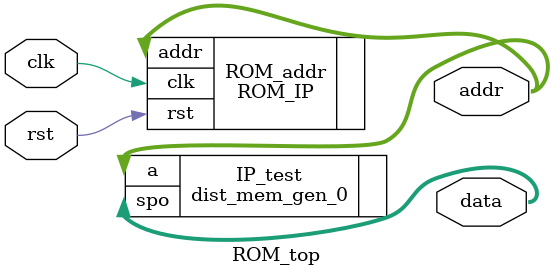
<source format=v>
`timescale 1ns / 1ps


module ROM_top( clk,rst,addr,data);
input clk,rst;
output [8:0] addr;
output [7:0] data;
ROM_IP ROM_addr(.clk(clk),.rst(rst),.addr(addr));
dist_mem_gen_0 IP_test(.a(addr),.spo(data));

endmodule

</source>
